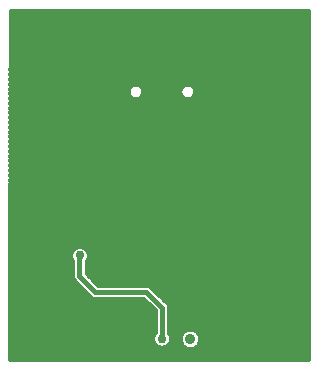
<source format=gbl>
G75*
%MOIN*%
%OFA0B0*%
%FSLAX25Y25*%
%IPPOS*%
%LPD*%
%AMOC8*
5,1,8,0,0,1.08239X$1,22.5*
%
%ADD10C,0.00400*%
%ADD11C,0.00000*%
%ADD12C,0.03569*%
%ADD13C,0.01600*%
%ADD14C,0.02978*%
D10*
X0009764Y0006829D02*
X0094741Y0006829D01*
X0098074Y0010164D01*
X0098074Y0070790D01*
X0092751Y0076113D01*
X0080307Y0076113D01*
X0077586Y0078834D01*
X0077586Y0109504D01*
X0069708Y0117382D01*
X0034797Y0117382D01*
X0026920Y0109502D01*
X0026920Y0078832D01*
X0024198Y0076111D01*
X0011754Y0076111D01*
X0006431Y0070788D01*
X0006431Y0010162D01*
X0009764Y0006829D01*
D11*
X0041622Y0095318D02*
X0041624Y0095406D01*
X0041630Y0095494D01*
X0041640Y0095582D01*
X0041654Y0095670D01*
X0041671Y0095756D01*
X0041693Y0095842D01*
X0041718Y0095926D01*
X0041748Y0096010D01*
X0041780Y0096092D01*
X0041817Y0096172D01*
X0041857Y0096251D01*
X0041901Y0096328D01*
X0041948Y0096403D01*
X0041998Y0096475D01*
X0042052Y0096546D01*
X0042108Y0096613D01*
X0042168Y0096679D01*
X0042230Y0096741D01*
X0042296Y0096801D01*
X0042363Y0096857D01*
X0042434Y0096911D01*
X0042506Y0096961D01*
X0042581Y0097008D01*
X0042658Y0097052D01*
X0042737Y0097092D01*
X0042817Y0097129D01*
X0042899Y0097161D01*
X0042983Y0097191D01*
X0043067Y0097216D01*
X0043153Y0097238D01*
X0043239Y0097255D01*
X0043327Y0097269D01*
X0043415Y0097279D01*
X0043503Y0097285D01*
X0043591Y0097287D01*
X0043679Y0097285D01*
X0043767Y0097279D01*
X0043855Y0097269D01*
X0043943Y0097255D01*
X0044029Y0097238D01*
X0044115Y0097216D01*
X0044199Y0097191D01*
X0044283Y0097161D01*
X0044365Y0097129D01*
X0044445Y0097092D01*
X0044524Y0097052D01*
X0044601Y0097008D01*
X0044676Y0096961D01*
X0044748Y0096911D01*
X0044819Y0096857D01*
X0044886Y0096801D01*
X0044952Y0096741D01*
X0045014Y0096679D01*
X0045074Y0096613D01*
X0045130Y0096546D01*
X0045184Y0096475D01*
X0045234Y0096403D01*
X0045281Y0096328D01*
X0045325Y0096251D01*
X0045365Y0096172D01*
X0045402Y0096092D01*
X0045434Y0096010D01*
X0045464Y0095926D01*
X0045489Y0095842D01*
X0045511Y0095756D01*
X0045528Y0095670D01*
X0045542Y0095582D01*
X0045552Y0095494D01*
X0045558Y0095406D01*
X0045560Y0095318D01*
X0045558Y0095230D01*
X0045552Y0095142D01*
X0045542Y0095054D01*
X0045528Y0094966D01*
X0045511Y0094880D01*
X0045489Y0094794D01*
X0045464Y0094710D01*
X0045434Y0094626D01*
X0045402Y0094544D01*
X0045365Y0094464D01*
X0045325Y0094385D01*
X0045281Y0094308D01*
X0045234Y0094233D01*
X0045184Y0094161D01*
X0045130Y0094090D01*
X0045074Y0094023D01*
X0045014Y0093957D01*
X0044952Y0093895D01*
X0044886Y0093835D01*
X0044819Y0093779D01*
X0044748Y0093725D01*
X0044676Y0093675D01*
X0044601Y0093628D01*
X0044524Y0093584D01*
X0044445Y0093544D01*
X0044365Y0093507D01*
X0044283Y0093475D01*
X0044199Y0093445D01*
X0044115Y0093420D01*
X0044029Y0093398D01*
X0043943Y0093381D01*
X0043855Y0093367D01*
X0043767Y0093357D01*
X0043679Y0093351D01*
X0043591Y0093349D01*
X0043503Y0093351D01*
X0043415Y0093357D01*
X0043327Y0093367D01*
X0043239Y0093381D01*
X0043153Y0093398D01*
X0043067Y0093420D01*
X0042983Y0093445D01*
X0042899Y0093475D01*
X0042817Y0093507D01*
X0042737Y0093544D01*
X0042658Y0093584D01*
X0042581Y0093628D01*
X0042506Y0093675D01*
X0042434Y0093725D01*
X0042363Y0093779D01*
X0042296Y0093835D01*
X0042230Y0093895D01*
X0042168Y0093957D01*
X0042108Y0094023D01*
X0042052Y0094090D01*
X0041998Y0094161D01*
X0041948Y0094233D01*
X0041901Y0094308D01*
X0041857Y0094385D01*
X0041817Y0094464D01*
X0041780Y0094544D01*
X0041748Y0094626D01*
X0041718Y0094710D01*
X0041693Y0094794D01*
X0041671Y0094880D01*
X0041654Y0094966D01*
X0041640Y0095054D01*
X0041630Y0095142D01*
X0041624Y0095230D01*
X0041622Y0095318D01*
X0058945Y0095318D02*
X0058947Y0095406D01*
X0058953Y0095494D01*
X0058963Y0095582D01*
X0058977Y0095670D01*
X0058994Y0095756D01*
X0059016Y0095842D01*
X0059041Y0095926D01*
X0059071Y0096010D01*
X0059103Y0096092D01*
X0059140Y0096172D01*
X0059180Y0096251D01*
X0059224Y0096328D01*
X0059271Y0096403D01*
X0059321Y0096475D01*
X0059375Y0096546D01*
X0059431Y0096613D01*
X0059491Y0096679D01*
X0059553Y0096741D01*
X0059619Y0096801D01*
X0059686Y0096857D01*
X0059757Y0096911D01*
X0059829Y0096961D01*
X0059904Y0097008D01*
X0059981Y0097052D01*
X0060060Y0097092D01*
X0060140Y0097129D01*
X0060222Y0097161D01*
X0060306Y0097191D01*
X0060390Y0097216D01*
X0060476Y0097238D01*
X0060562Y0097255D01*
X0060650Y0097269D01*
X0060738Y0097279D01*
X0060826Y0097285D01*
X0060914Y0097287D01*
X0061002Y0097285D01*
X0061090Y0097279D01*
X0061178Y0097269D01*
X0061266Y0097255D01*
X0061352Y0097238D01*
X0061438Y0097216D01*
X0061522Y0097191D01*
X0061606Y0097161D01*
X0061688Y0097129D01*
X0061768Y0097092D01*
X0061847Y0097052D01*
X0061924Y0097008D01*
X0061999Y0096961D01*
X0062071Y0096911D01*
X0062142Y0096857D01*
X0062209Y0096801D01*
X0062275Y0096741D01*
X0062337Y0096679D01*
X0062397Y0096613D01*
X0062453Y0096546D01*
X0062507Y0096475D01*
X0062557Y0096403D01*
X0062604Y0096328D01*
X0062648Y0096251D01*
X0062688Y0096172D01*
X0062725Y0096092D01*
X0062757Y0096010D01*
X0062787Y0095926D01*
X0062812Y0095842D01*
X0062834Y0095756D01*
X0062851Y0095670D01*
X0062865Y0095582D01*
X0062875Y0095494D01*
X0062881Y0095406D01*
X0062883Y0095318D01*
X0062881Y0095230D01*
X0062875Y0095142D01*
X0062865Y0095054D01*
X0062851Y0094966D01*
X0062834Y0094880D01*
X0062812Y0094794D01*
X0062787Y0094710D01*
X0062757Y0094626D01*
X0062725Y0094544D01*
X0062688Y0094464D01*
X0062648Y0094385D01*
X0062604Y0094308D01*
X0062557Y0094233D01*
X0062507Y0094161D01*
X0062453Y0094090D01*
X0062397Y0094023D01*
X0062337Y0093957D01*
X0062275Y0093895D01*
X0062209Y0093835D01*
X0062142Y0093779D01*
X0062071Y0093725D01*
X0061999Y0093675D01*
X0061924Y0093628D01*
X0061847Y0093584D01*
X0061768Y0093544D01*
X0061688Y0093507D01*
X0061606Y0093475D01*
X0061522Y0093445D01*
X0061438Y0093420D01*
X0061352Y0093398D01*
X0061266Y0093381D01*
X0061178Y0093367D01*
X0061090Y0093357D01*
X0061002Y0093351D01*
X0060914Y0093349D01*
X0060826Y0093351D01*
X0060738Y0093357D01*
X0060650Y0093367D01*
X0060562Y0093381D01*
X0060476Y0093398D01*
X0060390Y0093420D01*
X0060306Y0093445D01*
X0060222Y0093475D01*
X0060140Y0093507D01*
X0060060Y0093544D01*
X0059981Y0093584D01*
X0059904Y0093628D01*
X0059829Y0093675D01*
X0059757Y0093725D01*
X0059686Y0093779D01*
X0059619Y0093835D01*
X0059553Y0093895D01*
X0059491Y0093957D01*
X0059431Y0094023D01*
X0059375Y0094090D01*
X0059321Y0094161D01*
X0059271Y0094233D01*
X0059224Y0094308D01*
X0059180Y0094385D01*
X0059140Y0094464D01*
X0059103Y0094544D01*
X0059071Y0094626D01*
X0059041Y0094710D01*
X0059016Y0094794D01*
X0058994Y0094880D01*
X0058977Y0094966D01*
X0058963Y0095054D01*
X0058953Y0095142D01*
X0058947Y0095230D01*
X0058945Y0095318D01*
D12*
X0061792Y0012826D03*
D13*
X0001800Y0006208D02*
X0002007Y0122179D01*
X0101220Y0122179D01*
X0101013Y0006208D01*
X0001800Y0006208D01*
X0001801Y0006781D02*
X0101014Y0006781D01*
X0101016Y0008379D02*
X0001804Y0008379D01*
X0001807Y0009978D02*
X0051473Y0009978D01*
X0051755Y0009861D02*
X0050620Y0010331D01*
X0049751Y0011200D01*
X0049281Y0012336D01*
X0049281Y0013564D01*
X0049751Y0014700D01*
X0050100Y0015049D01*
X0050100Y0022303D01*
X0046251Y0026152D01*
X0029734Y0026152D01*
X0028851Y0026517D01*
X0028176Y0027192D01*
X0022921Y0032448D01*
X0022556Y0033330D01*
X0022556Y0034285D01*
X0022556Y0038766D01*
X0022367Y0038955D01*
X0021897Y0040090D01*
X0021897Y0041319D01*
X0022367Y0042454D01*
X0023236Y0043323D01*
X0024371Y0043793D01*
X0025600Y0043793D01*
X0026736Y0043323D01*
X0027605Y0042454D01*
X0028075Y0041319D01*
X0028075Y0040090D01*
X0027605Y0038955D01*
X0027356Y0038706D01*
X0027356Y0034801D01*
X0031205Y0030952D01*
X0047722Y0030952D01*
X0048605Y0030587D01*
X0053859Y0025332D01*
X0054534Y0024657D01*
X0054900Y0023775D01*
X0054900Y0014788D01*
X0054988Y0014700D01*
X0055459Y0013564D01*
X0055459Y0012336D01*
X0054988Y0011200D01*
X0054119Y0010331D01*
X0052984Y0009861D01*
X0051755Y0009861D01*
X0053266Y0009978D02*
X0059854Y0009978D01*
X0059875Y0009957D02*
X0061119Y0009442D01*
X0062465Y0009442D01*
X0063709Y0009957D01*
X0064661Y0010909D01*
X0065177Y0012153D01*
X0065177Y0013499D01*
X0064661Y0014743D01*
X0063709Y0015695D01*
X0062465Y0016210D01*
X0061119Y0016210D01*
X0059875Y0015695D01*
X0058923Y0014743D01*
X0058408Y0013499D01*
X0058408Y0012153D01*
X0058923Y0010909D01*
X0059875Y0009957D01*
X0058647Y0011576D02*
X0055144Y0011576D01*
X0055459Y0013175D02*
X0058408Y0013175D01*
X0058954Y0014773D02*
X0054915Y0014773D01*
X0054900Y0016372D02*
X0101031Y0016372D01*
X0101034Y0017970D02*
X0054900Y0017970D01*
X0054900Y0019569D02*
X0101036Y0019569D01*
X0101039Y0021167D02*
X0054900Y0021167D01*
X0054900Y0022766D02*
X0101042Y0022766D01*
X0101045Y0024364D02*
X0054655Y0024364D01*
X0053228Y0025963D02*
X0101048Y0025963D01*
X0101051Y0027561D02*
X0051630Y0027561D01*
X0050031Y0029160D02*
X0101054Y0029160D01*
X0101056Y0030758D02*
X0048190Y0030758D01*
X0047245Y0028552D02*
X0052500Y0023297D01*
X0052500Y0012784D01*
X0049595Y0011576D02*
X0001810Y0011576D01*
X0001812Y0013175D02*
X0049281Y0013175D01*
X0049824Y0014773D02*
X0001815Y0014773D01*
X0001818Y0016372D02*
X0050100Y0016372D01*
X0050100Y0017970D02*
X0001821Y0017970D01*
X0001824Y0019569D02*
X0050100Y0019569D01*
X0050100Y0021167D02*
X0001827Y0021167D01*
X0001830Y0022766D02*
X0049637Y0022766D01*
X0048039Y0024364D02*
X0001832Y0024364D01*
X0001835Y0025963D02*
X0046440Y0025963D01*
X0047245Y0028552D02*
X0030211Y0028552D01*
X0024956Y0033807D01*
X0024956Y0040768D01*
X0022158Y0041948D02*
X0001864Y0041948D01*
X0001861Y0040350D02*
X0021897Y0040350D01*
X0022556Y0038751D02*
X0001858Y0038751D01*
X0001855Y0037153D02*
X0022556Y0037153D01*
X0022556Y0035554D02*
X0001852Y0035554D01*
X0001850Y0033956D02*
X0022556Y0033956D01*
X0023012Y0032357D02*
X0001847Y0032357D01*
X0001844Y0030758D02*
X0024610Y0030758D01*
X0026209Y0029160D02*
X0001841Y0029160D01*
X0001838Y0027561D02*
X0027807Y0027561D01*
X0029800Y0032357D02*
X0101059Y0032357D01*
X0101062Y0033956D02*
X0028201Y0033956D01*
X0027356Y0035554D02*
X0101065Y0035554D01*
X0101068Y0037153D02*
X0027356Y0037153D01*
X0027401Y0038751D02*
X0101071Y0038751D01*
X0101074Y0040350D02*
X0028075Y0040350D01*
X0027814Y0041948D02*
X0101076Y0041948D01*
X0101079Y0043547D02*
X0026196Y0043547D01*
X0023776Y0043547D02*
X0001867Y0043547D01*
X0001870Y0045145D02*
X0101082Y0045145D01*
X0101085Y0046744D02*
X0001872Y0046744D01*
X0001875Y0048342D02*
X0101088Y0048342D01*
X0101091Y0049941D02*
X0001878Y0049941D01*
X0001881Y0051539D02*
X0101094Y0051539D01*
X0101096Y0053138D02*
X0001884Y0053138D01*
X0001887Y0054736D02*
X0101099Y0054736D01*
X0101102Y0056335D02*
X0001890Y0056335D01*
X0001892Y0057933D02*
X0101105Y0057933D01*
X0101108Y0059532D02*
X0001895Y0059532D01*
X0001898Y0061130D02*
X0101111Y0061130D01*
X0101114Y0062729D02*
X0001901Y0062729D01*
X0001904Y0064327D02*
X0101116Y0064327D01*
X0101119Y0065926D02*
X0001907Y0065926D01*
X0001910Y0067524D02*
X0101122Y0067524D01*
X0101125Y0069123D02*
X0001912Y0069123D01*
X0001915Y0070721D02*
X0101128Y0070721D01*
X0101131Y0072320D02*
X0001918Y0072320D01*
X0001921Y0073918D02*
X0101134Y0073918D01*
X0101136Y0075517D02*
X0001924Y0075517D01*
X0001927Y0077115D02*
X0101139Y0077115D01*
X0101142Y0078714D02*
X0001930Y0078714D01*
X0001932Y0080312D02*
X0101145Y0080312D01*
X0101148Y0081911D02*
X0001935Y0081911D01*
X0001938Y0083509D02*
X0101151Y0083509D01*
X0101154Y0085108D02*
X0001941Y0085108D01*
X0001944Y0086706D02*
X0101156Y0086706D01*
X0101159Y0088305D02*
X0001947Y0088305D01*
X0001950Y0089903D02*
X0101162Y0089903D01*
X0101165Y0091502D02*
X0001952Y0091502D01*
X0001955Y0093100D02*
X0041894Y0093100D01*
X0042023Y0092971D02*
X0043040Y0092550D01*
X0044142Y0092550D01*
X0045159Y0092971D01*
X0045938Y0093750D01*
X0046360Y0094768D01*
X0046360Y0095869D01*
X0045938Y0096887D01*
X0045159Y0097665D01*
X0044142Y0098087D01*
X0043040Y0098087D01*
X0042023Y0097665D01*
X0041244Y0096887D01*
X0040823Y0095869D01*
X0040823Y0094768D01*
X0041244Y0093750D01*
X0042023Y0092971D01*
X0040851Y0094699D02*
X0001958Y0094699D01*
X0001961Y0096297D02*
X0041000Y0096297D01*
X0042579Y0097896D02*
X0001964Y0097896D01*
X0001967Y0099494D02*
X0101179Y0099494D01*
X0101182Y0101093D02*
X0001970Y0101093D01*
X0001972Y0102691D02*
X0101185Y0102691D01*
X0101188Y0104290D02*
X0001975Y0104290D01*
X0001978Y0105889D02*
X0101191Y0105889D01*
X0101194Y0107487D02*
X0001981Y0107487D01*
X0001984Y0109086D02*
X0101196Y0109086D01*
X0101199Y0110684D02*
X0001987Y0110684D01*
X0001989Y0112283D02*
X0101202Y0112283D01*
X0101205Y0113881D02*
X0001992Y0113881D01*
X0001995Y0115480D02*
X0101208Y0115480D01*
X0101211Y0117078D02*
X0001998Y0117078D01*
X0002001Y0118677D02*
X0101214Y0118677D01*
X0101216Y0120275D02*
X0002004Y0120275D01*
X0002007Y0121874D02*
X0101219Y0121874D01*
X0101176Y0097896D02*
X0061926Y0097896D01*
X0061465Y0098087D02*
X0060363Y0098087D01*
X0059346Y0097665D01*
X0058567Y0096887D01*
X0058146Y0095869D01*
X0058146Y0094768D01*
X0058567Y0093750D01*
X0059346Y0092971D01*
X0060363Y0092550D01*
X0061465Y0092550D01*
X0062482Y0092971D01*
X0063261Y0093750D01*
X0063683Y0094768D01*
X0063683Y0095869D01*
X0063261Y0096887D01*
X0062482Y0097665D01*
X0061465Y0098087D01*
X0059902Y0097896D02*
X0044603Y0097896D01*
X0046182Y0096297D02*
X0058323Y0096297D01*
X0058174Y0094699D02*
X0046331Y0094699D01*
X0045288Y0093100D02*
X0059217Y0093100D01*
X0062611Y0093100D02*
X0101168Y0093100D01*
X0101171Y0094699D02*
X0063654Y0094699D01*
X0063505Y0096297D02*
X0101174Y0096297D01*
X0101028Y0014773D02*
X0064631Y0014773D01*
X0065177Y0013175D02*
X0101025Y0013175D01*
X0101022Y0011576D02*
X0064938Y0011576D01*
X0063730Y0009978D02*
X0101019Y0009978D01*
D14*
X0067190Y0035181D03*
X0056902Y0020578D03*
X0052370Y0012950D03*
X0024986Y0040704D03*
X0030184Y0043938D03*
X0021164Y0068494D03*
X0046972Y0074698D03*
X0068041Y0062014D03*
X0071233Y0074911D03*
X0052509Y0103563D03*
M02*

</source>
